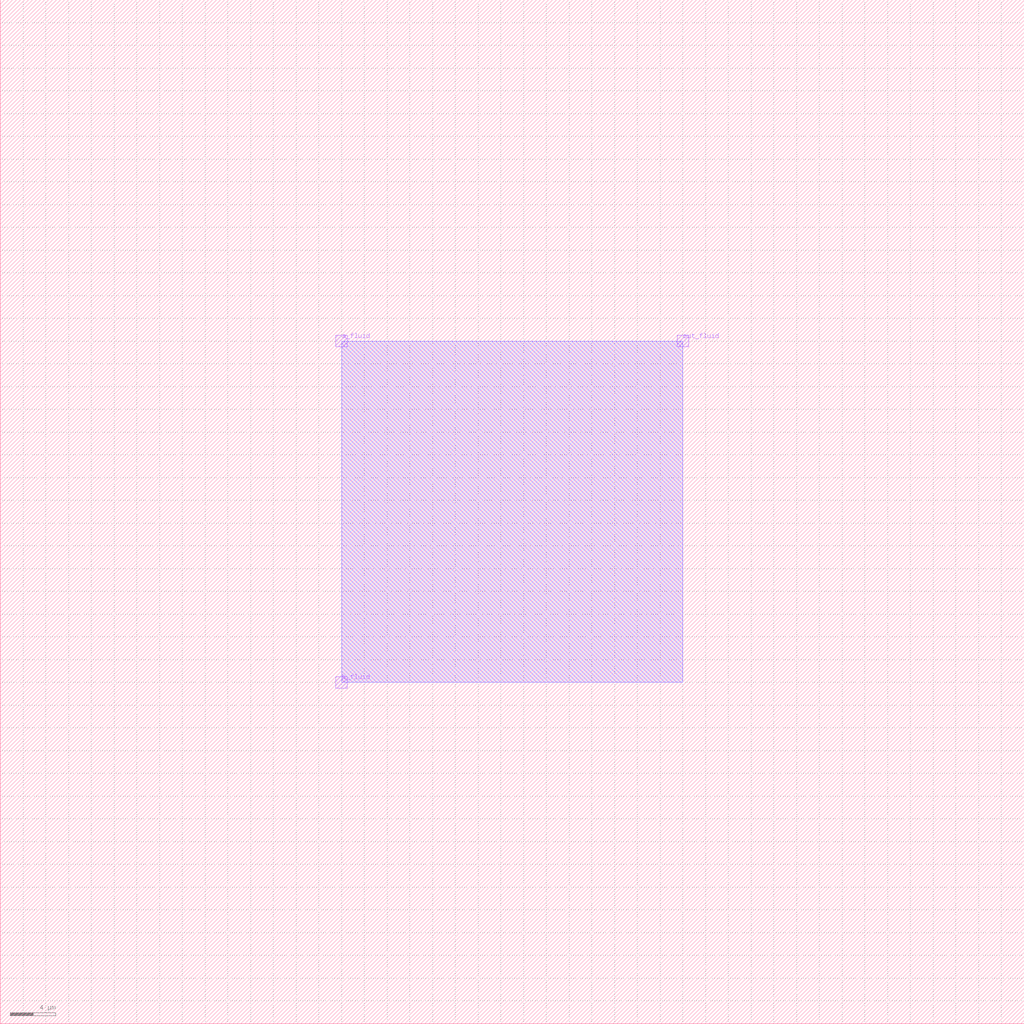
<source format=lef>
MACRO diffmix_25px_0
  CLASS CORE ;
  ORIGIN  0 0 ;
  FOREIGN diffmix_25px_0 0 0 ;
  SIZE 90 BY 90 ;
  SYMMETRY X Y ;
  SITE CoreSite ;
  PIN a_fluid
    DIRECTION INPUT ;
    USE SIGNAL ;
    PORT
      LAYER met1 ;
        RECT 29.5 59.5 30.5 60.5 ;
    END
  END a_fluid
  PIN b_fluid
    DIRECTION INPUT ;
    USE SIGNAL ;
    PORT
      LAYER met1 ;
        RECT 29.5 29.5 30.5 30.5 ;
    END
  END b_fluid
  PIN out_fluid
    DIRECTION OUTPUT ;
    USE SIGNAL ;
    PORT
      LAYER met1 ;
        RECT 59.5 59.5 60.5 60.5 ;
    END
  END out_fluid
  OBS
    LAYER met1 ;
      RECT 30 30 60 60 ;
    LAYER met2 ;
      RECT 30 30 60 60 ;
  END
  PROPERTY CatenaDesignType "deviceLevel" ;
END diffmix_25px_0

</source>
